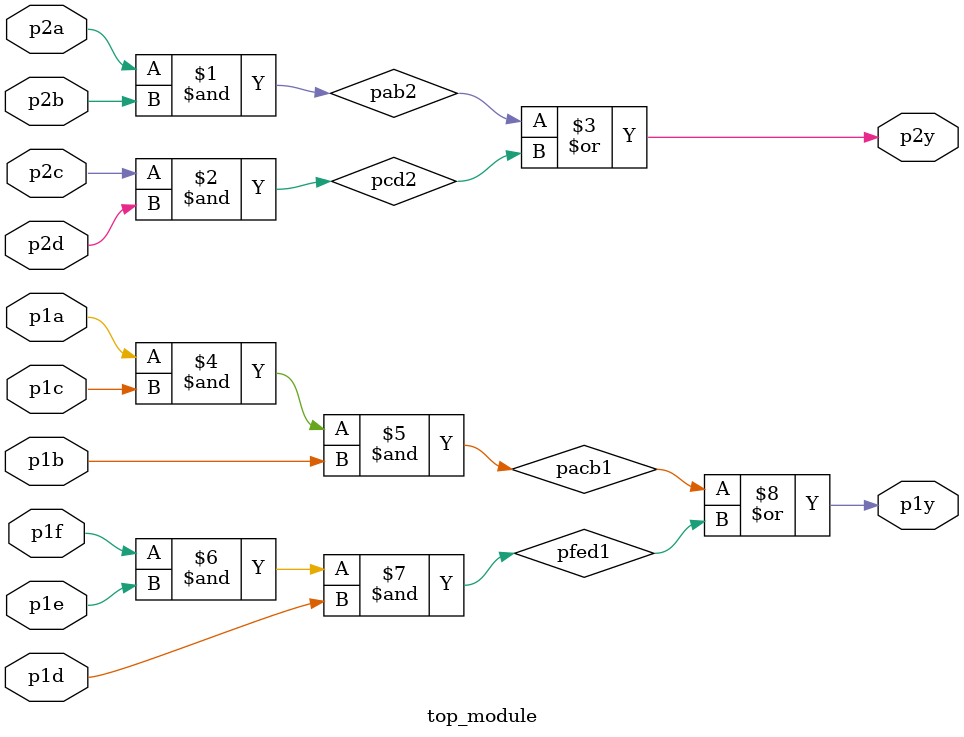
<source format=v>
`timescale 1ns / 1ps

module top_module ( 
    input p1a, p1b, p1c, p1d, p1e, p1f,
    output p1y,
    input p2a, p2b, p2c, p2d,
    output p2y );
    wire pab2, pcd2,pacb1, pfed1;
    assign pab2 = p2a & p2b;
    assign pcd2 = p2c & p2d;
    assign p2y = pab2 | pcd2;
    assign pacb1 = p1a & p1c & p1b;
    assign pfed1 = p1f & p1e & p1d;
    assign p1y = pacb1 | pfed1;

endmodule
</source>
